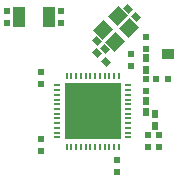
<source format=gtp>
G04 Layer_Color=8421504*
%FSLAX24Y24*%
%MOIN*%
G70*
G01*
G75*
%ADD10R,0.0400X0.0370*%
G04:AMPARAMS|DCode=11|XSize=47.2mil|YSize=43.3mil|CornerRadius=0mil|HoleSize=0mil|Usage=FLASHONLY|Rotation=225.000|XOffset=0mil|YOffset=0mil|HoleType=Round|Shape=Rectangle|*
%AMROTATEDRECTD11*
4,1,4,0.0014,0.0320,0.0320,0.0014,-0.0014,-0.0320,-0.0320,-0.0014,0.0014,0.0320,0.0*
%
%ADD11ROTATEDRECTD11*%

G04:AMPARAMS|DCode=12|XSize=19.7mil|YSize=23.6mil|CornerRadius=0mil|HoleSize=0mil|Usage=FLASHONLY|Rotation=45.000|XOffset=0mil|YOffset=0mil|HoleType=Round|Shape=Rectangle|*
%AMROTATEDRECTD12*
4,1,4,0.0014,-0.0153,-0.0153,0.0014,-0.0014,0.0153,0.0153,-0.0014,0.0014,-0.0153,0.0*
%
%ADD12ROTATEDRECTD12*%

%ADD13R,0.0197X0.0236*%
%ADD14R,0.0236X0.0197*%
%ADD15R,0.0197X0.0256*%
%ADD16R,0.0217X0.0236*%
%ADD17R,0.1850X0.1850*%
%ADD18O,0.0079X0.0256*%
%ADD19O,0.0256X0.0079*%
%ADD20R,0.0394X0.0709*%
D10*
X2510Y1924D02*
D03*
D11*
X1221Y2782D02*
D03*
X832Y3171D02*
D03*
X748Y2308D02*
D03*
X358Y2698D02*
D03*
D12*
X1181Y3409D02*
D03*
X1459Y3131D02*
D03*
X409Y2081D02*
D03*
X131Y2359D02*
D03*
X429Y1661D02*
D03*
X151Y1939D02*
D03*
D13*
X2220Y-803D02*
D03*
Y-1197D02*
D03*
X1790Y673D02*
D03*
Y1067D02*
D03*
Y2093D02*
D03*
Y2487D02*
D03*
X-1720Y921D02*
D03*
Y1315D02*
D03*
X1290Y1523D02*
D03*
Y1917D02*
D03*
X1840Y-803D02*
D03*
Y-1197D02*
D03*
X-1720Y-923D02*
D03*
Y-1317D02*
D03*
X-1050Y3337D02*
D03*
Y2943D02*
D03*
X-2850Y3337D02*
D03*
Y2943D02*
D03*
D14*
X2103Y1090D02*
D03*
X2497D02*
D03*
D15*
X1790Y347D02*
D03*
Y-27D02*
D03*
X2070Y-103D02*
D03*
Y-477D02*
D03*
X1790Y1767D02*
D03*
Y1393D02*
D03*
D16*
X800Y-1633D02*
D03*
Y-2027D02*
D03*
D17*
X-0Y0D02*
D03*
D18*
X-866Y1191D02*
D03*
X-709D02*
D03*
X-551D02*
D03*
X-394D02*
D03*
X-236D02*
D03*
X-79D02*
D03*
X79D02*
D03*
X236D02*
D03*
X394D02*
D03*
X551D02*
D03*
X709D02*
D03*
X866D02*
D03*
Y-1191D02*
D03*
X709D02*
D03*
X551D02*
D03*
X394D02*
D03*
X236D02*
D03*
X79D02*
D03*
X-79D02*
D03*
X-236D02*
D03*
X-394D02*
D03*
X-551D02*
D03*
X-709D02*
D03*
X-866D02*
D03*
D19*
X1191Y866D02*
D03*
Y709D02*
D03*
Y551D02*
D03*
Y394D02*
D03*
Y236D02*
D03*
Y79D02*
D03*
Y-79D02*
D03*
Y-236D02*
D03*
Y-394D02*
D03*
Y-551D02*
D03*
Y-709D02*
D03*
Y-866D02*
D03*
X-1191D02*
D03*
Y-709D02*
D03*
Y-551D02*
D03*
Y-394D02*
D03*
Y-236D02*
D03*
Y-79D02*
D03*
Y79D02*
D03*
Y236D02*
D03*
Y394D02*
D03*
Y551D02*
D03*
Y709D02*
D03*
Y866D02*
D03*
D20*
X-1458Y3140D02*
D03*
X-2442D02*
D03*
M02*

</source>
